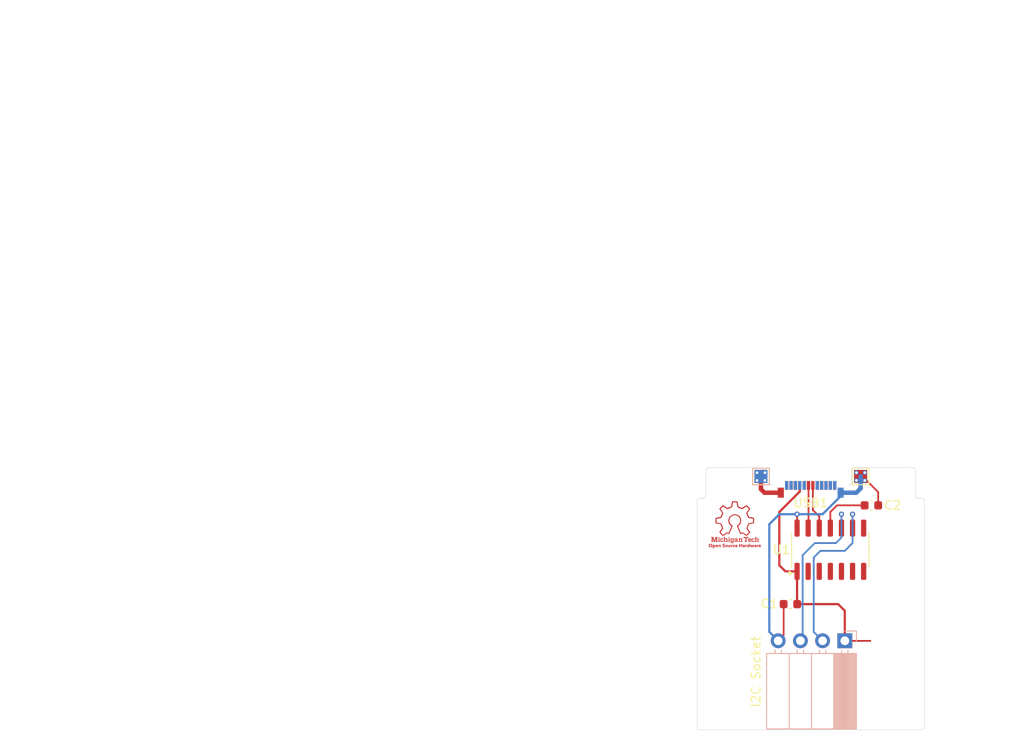
<source format=kicad_pcb>
(kicad_pcb (version 20241229) (generator "pcbnew") (generator_version "9.0")
  (layers (0 "F.Cu" signal) (2 "B.Cu" signal) (13 "F.Paste" user) (15 "B.Paste" user) (5 "F.SilkS" user "F.Silkscreen") (7 "B.SilkS" user "B.Silkscreen") (1 "F.Mask" user) (3 "B.Mask" user) (25 "Edge.Cuts" user))
  (net 0 "")
  (net 1 "Net-(D1-A)")
  (net 2 "GND")
  (net 3 "5V")
  (net 4 "Net-(U1-VUSB)")
  (net 5 "Net-(U1-D-)")
  (net 7 "SCL")
  (net 8 "Net-(D4-A)")
  (net 9 "SDA")
  (net 10 "Net-(U1-D+)")
  (net 11 "Net-(D3-A)")
  (net 14 "Net-(D2-A)")
  (footprint "Capacitor_SMD:C_0603_1608Metric" (layer "F.Cu") (at 94.488 72.771)
    (property "Reference" "C1")
    (property "Value" ".47uF")
  )
  (footprint "Package_SO:SOIC-14_3.9x8.7mm_P1.27mm" (layer "F.Cu") (at 99.06 66.548 90)
    (property "Reference" "U1")
    (property "Value" "MCP2221AxSL")
  )
  (footprint "TestPoint:TestPoint_Pad_1.5x1.5mm" (layer "F.Cu") (at 91.12 58.16)
    (property "Reference" "TP1" (hide yes))
    (property "Value" "TestPoint" (hide yes))
  )
  (footprint "MountingHole:MountingHole_2.2mm_M2" (layer "F.Cu") (at 85.52 76.66)
    (property "Reference" "H1" (hide yes))
    (property "Value" "MountingHole")
  )
  (footprint "Connector_USB:USB_C_Plug_Molex_105444" (layer "F.Cu") (at 96.81 59.142)
    (property "Reference" "USB1")
    (property "Value" "USB C Male Connector")
  )
  (footprint "TestPoint:TestPoint_Pad_1.5x1.5mm" (layer "F.Cu") (at 102.52 58.16)
    (property "Reference" "TP3" (hide yes))
    (property "Value" "TestPoint" (hide yes))
  )
  (footprint "MountingHole:MountingHole_2.2mm_M2" (layer "F.Cu") (at 108.12 76.66)
    (property "Reference" "H2" (hide yes))
    (property "Value" "MountingHole")
  )
  (footprint "Capacitor_SMD:C_0603_1608Metric" (layer "F.Cu") (at 103.759 61.468 180)
    (property "Reference" "C2")
    (property "Value" ".22uF")
  )
  (footprint "LOGO" (layer "F.Cu") (at 88.138 63.754)
    (property "Reference" "G***" (hide yes))
    (property "Value" "LOGO" (hide yes))
  )
  (footprint "TestPoint:TestPoint_Pad_1.5x1.5mm" (layer "B.Cu") (at 91.12 58.16)
    (property "Reference" "TP2" (hide yes))
    (property "Value" "TestPoint" (hide yes))
  )
  (footprint "Connector_PinSocket_2.54mm:PinSocket_1x04_P2.54mm_Horizontal" (layer "B.Cu") (at 100.711 76.962 90)
    (property "Reference" "I2C Socket")
    (property "Value" "PinSocket_1x04_P2.54mm_Horizontal" (hide yes))
  )
  (gr_arc (start 84.82 57.46) (mid 84.907868 57.247868) (end 85.12 57.16) (stroke (width 0.05)) (layer "Edge.Cuts"))
  (gr_arc (start 109.12 60.66) (mid 108.907868 60.572132) (end 108.82 60.36) (stroke (width 0.05)) (layer "Edge.Cuts"))
  (gr_arc (start 109.52 60.66) (mid 109.732132 60.747868) (end 109.82 60.96) (stroke (width 0.05)) (layer "Edge.Cuts"))
  (gr_arc (start 91.82 57.16) (mid 92.032132 57.247868) (end 92.12 57.46) (stroke (width 0.05)) (layer "Edge.Cuts"))
  (gr_line (start 109.12 60.66) (end 109.52 60.66) (stroke (width 0.05)) (layer "Edge.Cuts"))
  (gr_arc (start 84.82 60.36) (mid 84.732132 60.572132) (end 84.52 60.66) (stroke (width 0.05)) (layer "Edge.Cuts"))
  (gr_arc (start 83.82 60.96) (mid 83.907868 60.747868) (end 84.12 60.66) (stroke (width 0.05)) (layer "Edge.Cuts"))
  (gr_line (start 101.12 59.16) (end 101.22 59.16) (stroke (width 0.05)) (layer "Edge.Cuts"))
  (gr_line (start 91.82 57.16) (end 85.12 57.16) (stroke (width 0.05)) (layer "Edge.Cuts"))
  (gr_line (start 92.42 59.16) (end 92.52 59.16) (stroke (width 0.05)) (layer "Edge.Cuts"))
  (gr_line (start 84.12 60.66) (end 84.52 60.66) (stroke (width 0.05)) (layer "Edge.Cuts"))
  (gr_line (start 84.82 60.36) (end 84.82 57.46) (stroke (width 0.05)) (layer "Edge.Cuts"))
  (gr_line (start 101.52 58.86) (end 101.52 57.46) (stroke (width 0.05)) (layer "Edge.Cuts"))
  (gr_arc (start 109.82 86.86) (mid 109.732132 87.072132) (end 109.52 87.16) (stroke (width 0.05)) (layer "Edge.Cuts"))
  (gr_line (start 101.82 57.16) (end 108.52 57.16) (stroke (width 0.05)) (layer "Edge.Cuts"))
  (gr_line (start 108.82 60.36) (end 108.82 57.46) (stroke (width 0.05)) (layer "Edge.Cuts"))
  (gr_arc (start 101.52 58.86) (mid 101.432132 59.072132) (end 101.22 59.16) (stroke (width 0.05)) (layer "Edge.Cuts"))
  (gr_arc (start 101.52 57.46) (mid 101.607868 57.247868) (end 101.82 57.16) (stroke (width 0.05)) (layer "Edge.Cuts"))
  (gr_line (start 83.82 60.96) (end 83.82 86.86) (stroke (width 0.05)) (layer "Edge.Cuts"))
  (gr_line (start 92.12 58.86) (end 92.12 57.46) (stroke (width 0.05)) (layer "Edge.Cuts"))
  (gr_arc (start 92.42 59.16) (mid 92.207868 59.072132) (end 92.12 58.86) (stroke (width 0.05)) (layer "Edge.Cuts"))
  (gr_arc (start 108.52 57.16) (mid 108.732132 57.247868) (end 108.82 57.46) (stroke (width 0.05)) (layer "Edge.Cuts"))
  (gr_line (start 84.12 87.16) (end 109.52 87.16) (stroke (width 0.05)) (layer "Edge.Cuts"))
  (gr_line (start 109.82 60.96) (end 109.82 86.86) (stroke (width 0.05)) (layer "Edge.Cuts"))
  (gr_arc (start 84.12 87.16) (mid 83.907868 87.072132) (end 83.82 86.86) (stroke (width 0.05)) (layer "Edge.Cuts"))
  (segment (start 95.25 64.073) (end 95.25 62.484) (width 0.2) (layer "F.Cu") (net 2))
  (segment (start 91.12 59.624) (end 91.12 58.16) (width 0.508) (layer "F.Cu") (net 2))
  (segment (start 93.39 60.022) (end 91.518 60.022) (width 0.508) (layer "F.Cu") (net 2))
  (segment (start 102.737 58.16) (end 102.52 58.16) (width 0.2) (layer "F.Cu") (net 2))
  (segment (start 91.518 60.022) (end 91.12 59.624) (width 0.508) (layer "F.Cu") (net 2))
  (segment (start 93.713 76.34) (end 93.091 76.962) (width 0.2) (layer "F.Cu") (net 2))
  (segment (start 104.534 59.957) (end 102.737 58.16) (width 0.2) (layer "F.Cu") (net 2))
  (segment (start 93.713 72.771) (end 93.713 76.34) (width 0.2) (layer "F.Cu") (net 2))
  (segment (start 102.362 58.318) (end 102.52 58.16) (width 0.2) (layer "F.Cu") (net 2))
  (segment (start 104.534 61.468) (end 104.534 59.957) (width 0.2) (layer "F.Cu") (net 2))
  (via (at 91.567 58.6205) (size 0.5) (drill 0.3) (layers "F.Cu" "B.Cu") (net 2))
  (via (at 91.567 57.7315) (size 0.5) (drill 0.3) (layers "F.Cu" "B.Cu") (net 2))
  (via (at 102.0445 57.7315) (size 0.5) (drill 0.3) (layers "F.Cu" "B.Cu") (net 2))
  (via (at 90.678 57.7315) (size 0.5) (drill 0.3) (layers "F.Cu" "B.Cu") (net 2))
  (via (at 102.0445 58.6205) (size 0.5) (drill 0.3) (layers "F.Cu" "B.Cu") (net 2))
  (via (at 90.678 58.6205) (size 0.5) (drill 0.3) (layers "F.Cu" "B.Cu") (net 2))
  (via (at 102.997 57.7315) (size 0.5) (drill 0.3) (layers "F.Cu" "B.Cu") (net 2))
  (via (at 102.997 58.6205) (size 0.5) (drill 0.3) (layers "F.Cu" "B.Cu") (net 2))
  (via (at 95.25 62.484) (size 0.6) (drill 0.3) (layers "F.Cu" "B.Cu") (net 2))
  (segment (start 100.23 60.425) (end 100.23 60.022) (width 0.2) (layer "B.Cu") (net 2))
  (segment (start 98.171 62.484) (end 100.23 60.425) (width 0.254) (layer "B.Cu") (net 2))
  (segment (start 93.091 76.962) (end 92.075 75.946) (width 0.254) (layer "B.Cu") (net 2))
  (segment (start 92.075 75.946) (end 92.075 63.627) (width 0.254) (layer "B.Cu") (net 2))
  (segment (start 102.03 60.022) (end 102.52 59.532) (width 0.508) (layer "B.Cu") (net 2))
  (segment (start 101.854 60.022) (end 102.03 60.022) (width 0.508) (layer "B.Cu") (net 2))
  (segment (start 102.52 59.532) (end 102.52 58.16) (width 0.508) (layer "B.Cu") (net 2))
  (segment (start 92.075 63.627) (end 93.218 62.484) (width 0.254) (layer "B.Cu") (net 2))
  (segment (start 95.25 62.484) (end 98.171 62.484) (width 0.254) (layer "B.Cu") (net 2))
  (segment (start 93.218 62.484) (end 95.25 62.484) (width 0.254) (layer "B.Cu") (net 2))
  (segment (start 100.23 60.022) (end 101.854 60.022) (width 0.508) (layer "B.Cu") (net 2))
  (segment (start 100.724 76.975) (end 100.711 76.962) (width 0.2) (layer "F.Cu") (net 3))
  (segment (start 95.25 69.023) (end 93.915 69.023) (width 0.254) (layer "F.Cu") (net 3))
  (segment (start 103.632 76.975) (end 100.724 76.975) (width 0.2) (layer "F.Cu") (net 3))
  (segment (start 95.631 72.771) (end 95.25 72.39) (width 0.2) (layer "F.Cu") (net 3))
  (segment (start 100.711 76.962) (end 100.711 73.533) (width 0.254) (layer "F.Cu") (net 3))
  (segment (start 93.218 62.23) (end 95.56 59.888) (width 0.254) (layer "F.Cu") (net 3))
  (segment (start 93.218 68.326) (end 93.218 62.23) (width 0.254) (layer "F.Cu") (net 3))
  (segment (start 93.915 69.023) (end 93.218 68.326) (width 0.254) (layer "F.Cu") (net 3))
  (segment (start 95.56 59.888) (end 95.56 59.182) (width 0.254) (layer "F.Cu") (net 3))
  (segment (start 95.25 72.39) (end 95.25 69.023) (width 0.254) (layer "F.Cu") (net 3))
  (segment (start 99.949 72.771) (end 95.631 72.771) (width 0.254) (layer "F.Cu") (net 3))
  (segment (start 100.711 73.533) (end 99.949 72.771) (width 0.254) (layer "F.Cu") (net 3))
  (segment (start 99.06 62.23) (end 99.822 61.468) (width 0.2) (layer "F.Cu") (net 4))
  (segment (start 99.822 61.468) (end 102.984 61.468) (width 0.2) (layer "F.Cu") (net 4))
  (segment (start 99.06 64.073) (end 99.06 62.23) (width 0.2) (layer "F.Cu") (net 4))
  (segment (start 97.79 62.738) (end 97.79 64.073) (width 0.2) (layer "F.Cu") (net 5))
  (segment (start 97.06 62.008) (end 97.79 62.738) (width 0.2) (layer "F.Cu") (net 5))
  (segment (start 97.06 59.182) (end 97.06 62.008) (width 0.2) (layer "F.Cu") (net 5))
  (segment (start 100.33 62.484) (end 100.33 64.073) (width 0.2) (layer "F.Cu") (net 7))
  (via (at 100.33 62.484) (size 0.6) (drill 0.3) (layers "F.Cu" "B.Cu") (net 7))
  (segment (start 95.885 67.183) (end 95.885 76.708) (width 0.2) (layer "B.Cu") (net 7))
  (segment (start 99.695 65.786) (end 97.282 65.786) (width 0.2) (layer "B.Cu") (net 7))
  (segment (start 100.33 62.484) (end 100.33 65.151) (width 0.2) (layer "B.Cu") (net 7))
  (segment (start 100.33 65.151) (end 99.695 65.786) (width 0.2) (layer "B.Cu") (net 7))
  (segment (start 95.885 76.708) (end 95.631 76.962) (width 0.2) (layer "B.Cu") (net 7))
  (segment (start 97.282 65.786) (end 95.885 67.183) (width 0.2) (layer "B.Cu") (net 7))
  (segment (start 101.6 62.484) (end 101.6 64.073) (width 0.2) (layer "F.Cu") (net 9))
  (via (at 101.6 62.484) (size 0.6) (drill 0.3) (layers "F.Cu" "B.Cu") (net 9))
  (segment (start 100.711 66.675) (end 101.6 65.786) (width 0.2) (layer "B.Cu") (net 9))
  (segment (start 97.155 75.946) (end 97.155 67.437) (width 0.2) (layer "B.Cu") (net 9))
  (segment (start 98.171 76.962) (end 97.155 75.946) (width 0.2) (layer "B.Cu") (net 9))
  (segment (start 97.155 67.437) (end 97.917 66.675) (width 0.2) (layer "B.Cu") (net 9))
  (segment (start 97.917 66.675) (end 100.711 66.675) (width 0.2) (layer "B.Cu") (net 9))
  (segment (start 101.6 65.786) (end 101.6 62.484) (width 0.2) (layer "B.Cu") (net 9))
  (segment (start 96.56 64.033) (end 96.52 64.073) (width 0.2) (layer "F.Cu") (net 10))
  (segment (start 96.56 59.182) (end 96.56 64.033) (width 0.2) (layer "F.Cu") (net 10))
)
</source>
